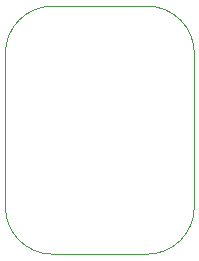
<source format=gbr>
%TF.GenerationSoftware,KiCad,Pcbnew,7.0.1*%
%TF.CreationDate,2023-09-08T00:00:39-05:00*%
%TF.ProjectId,proj1,70726f6a-312e-46b6-9963-61645f706362,1.0*%
%TF.SameCoordinates,Original*%
%TF.FileFunction,Profile,NP*%
%FSLAX46Y46*%
G04 Gerber Fmt 4.6, Leading zero omitted, Abs format (unit mm)*
G04 Created by KiCad (PCBNEW 7.0.1) date 2023-09-08 00:00:39*
%MOMM*%
%LPD*%
G01*
G04 APERTURE LIST*
%TA.AperFunction,Profile*%
%ADD10C,0.100000*%
%TD*%
G04 APERTURE END LIST*
D10*
X117000000Y-87000000D02*
G75*
G03*
X121000000Y-83000000I0J4000000D01*
G01*
X109000000Y-66000000D02*
G75*
G03*
X105000000Y-70000000I0J-4000000D01*
G01*
X121000000Y-70000000D02*
G75*
G03*
X117000000Y-66000000I-4000000J0D01*
G01*
X109000000Y-66000000D02*
X117000000Y-66000000D01*
X109000000Y-87000000D02*
X117000000Y-87000000D01*
X121000000Y-83000000D02*
X121000000Y-70000000D01*
X105000000Y-70000000D02*
X105000000Y-83000000D01*
X105000000Y-83000000D02*
G75*
G03*
X109000000Y-87000000I4000000J0D01*
G01*
M02*

</source>
